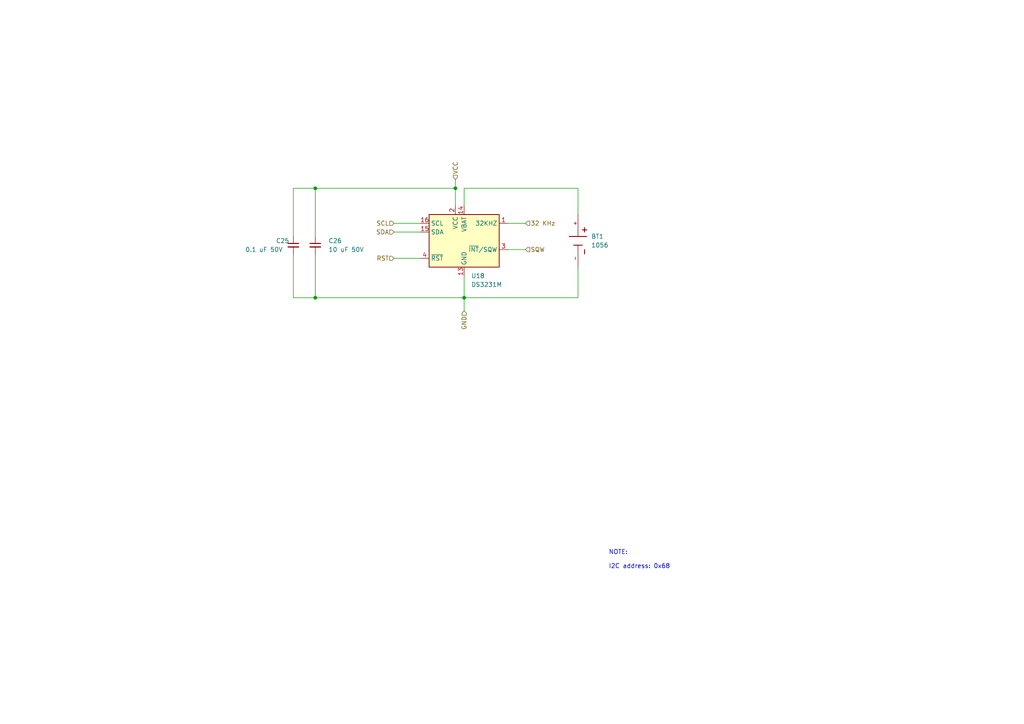
<source format=kicad_sch>
(kicad_sch (version 20211123) (generator eeschema)
  (paper "A4")
  (lib_symbols
    (symbol "1056:1056" (pin_names (offset 1.016) hide)
      (property "Reference" "BT" (at -3.81 3.81 0))
      (property "Value" "1056" (at -3.81 -5.08 0))
      (symbol "1056_0_0"
        (polyline (pts (xy -3.81 1.905) (xy -2.54 1.905)) (stroke (width 0.254)))
        (polyline (pts (xy -3.175 2.54) (xy -3.175 1.27)) (stroke (width 0.254)))
        (polyline (pts (xy -1.27 0) (xy -2.54 0)) (stroke (width 0.1524)))
        (polyline (pts (xy -1.27 0) (xy -1.27 -2.54)) (stroke (width 0.254)))
        (polyline (pts (xy -1.27 2.54) (xy -1.27 0)) (stroke (width 0.254)))
        (polyline (pts (xy 1.27 0) (xy 1.27 -1.27)) (stroke (width 0.254)))
        (polyline (pts (xy 1.27 0) (xy 2.54 0)) (stroke (width 0.1524)))
        (polyline (pts (xy 1.27 1.27) (xy 1.27 0)) (stroke (width 0.254)))
        (polyline (pts (xy 3.81 1.905) (xy 2.54 1.905)) (stroke (width 0.254)))
        (pin passive line (at -7.62 0 0) (length 5.08) (name "~") (number "+"))
        (pin passive line (at 7.62 0 180) (length 5.08) (name "~") (number "-"))
      )
    )
    (symbol "Device:C_Small" (pin_numbers hide) (pin_names (offset 0.254) hide)
      (property "Reference" "C" (at 0.254 1.778 0))
      (property "Value" "C_Small" (at 0.254 -2.032 0))
      (symbol "C_Small_0_1"
        (polyline (pts (xy -1.524 -0.508) (xy 1.524 -0.508)) (stroke (width 0.3302)))
        (polyline (pts (xy -1.524 0.508) (xy 1.524 0.508)) (stroke (width 0.3048)))
      )
      (symbol "C_Small_1_1"
        (pin passive line (at 0 2.54 270) (length 2.032) (name "~") (number "1"))
        (pin passive line (at 0 -2.54 90) (length 2.032) (name "~") (number "2"))
      )
    )
    (symbol "Timer_RTC:DS3231M"
      (property "Reference" "U" (at -7.62 8.89 0))
      (property "Value" "DS3231M" (at 10.16 8.89 0))
      (symbol "DS3231M_0_1"
        (rectangle (start -10.16 7.62) (end 10.16 -7.62) (stroke (width 0.254)) (fill (type background)))
      )
      (symbol "DS3231M_1_1"
        (pin open_collector line (at 12.7 5.08 180) (length 2.54) (name "32KHZ") (number "1"))
        (pin passive line (at 0 -10.16 90) (length 2.54) hide (name "GND") (number "10"))
        (pin passive line (at 0 -10.16 90) (length 2.54) hide (name "GND") (number "11"))
        (pin passive line (at 0 -10.16 90) (length 2.54) hide (name "GND") (number "12"))
        (pin power_in line (at 0 -10.16 90) (length 2.54) (name "GND") (number "13"))
        (pin power_in line (at 0 10.16 270) (length 2.54) (name "VBAT") (number "14"))
        (pin bidirectional line (at -12.7 2.54 0) (length 2.54) (name "SDA") (number "15"))
        (pin input line (at -12.7 5.08 0) (length 2.54) (name "SCL") (number "16"))
        (pin power_in line (at -2.54 10.16 270) (length 2.54) (name "VCC") (number "2"))
        (pin open_collector line (at 12.7 -2.54 180) (length 2.54) (name "~{INT}/SQW") (number "3"))
        (pin bidirectional line (at -12.7 -5.08 0) (length 2.54) (name "~{RST}") (number "4"))
        (pin passive line (at 0 -10.16 90) (length 2.54) hide (name "GND") (number "5"))
        (pin passive line (at 0 -10.16 90) (length 2.54) hide (name "GND") (number "6"))
        (pin passive line (at 0 -10.16 90) (length 2.54) hide (name "GND") (number "7"))
        (pin passive line (at 0 -10.16 90) (length 2.54) hide (name "GND") (number "8"))
        (pin passive line (at 0 -10.16 90) (length 2.54) hide (name "GND") (number "9"))
      )
    )
  )
  (junction (at 91.44 54.61))
  (junction (at 132.08 54.61))
  (junction (at 91.44 86.36))
  (junction (at 134.62 86.36))
  (wire (pts (xy 134.62 54.61) (xy 134.62 59.69)))
  (wire (pts (xy 91.44 73.66) (xy 91.44 86.36)))
  (wire (pts (xy 134.62 80.01) (xy 134.62 86.36)))
  (wire (pts (xy 167.64 54.61) (xy 134.62 54.61)))
  (wire (pts (xy 134.62 86.36) (xy 134.62 90.17)))
  (wire (pts (xy 132.08 54.61) (xy 132.08 59.69)))
  (wire (pts (xy 91.44 86.36) (xy 134.62 86.36)))
  (wire (pts (xy 167.64 77.47) (xy 167.64 86.36)))
  (wire (pts (xy 132.08 52.07) (xy 132.08 54.61)))
  (wire (pts (xy 91.44 54.61) (xy 132.08 54.61)))
  (wire (pts (xy 114.3 64.77) (xy 121.92 64.77)))
  (wire (pts (xy 147.32 64.77) (xy 152.4 64.77)))
  (wire (pts (xy 85.09 54.61) (xy 91.44 54.61)))
  (wire (pts (xy 85.09 73.66) (xy 85.09 86.36)))
  (wire (pts (xy 167.64 86.36) (xy 134.62 86.36)))
  (wire (pts (xy 114.3 67.31) (xy 121.92 67.31)))
  (wire (pts (xy 167.64 54.61) (xy 167.64 62.23)))
  (wire (pts (xy 147.32 72.39) (xy 152.4 72.39)))
  (wire (pts (xy 85.09 68.58) (xy 85.09 54.61)))
  (wire (pts (xy 91.44 68.58) (xy 91.44 54.61)))
  (wire (pts (xy 85.09 86.36) (xy 91.44 86.36)))
  (wire (pts (xy 114.3 74.93) (xy 121.92 74.93)))
  (text "NOTE:\n\nI2C address: 0x68" (at 176.53 165.1 0) (effects (font (size 1.27 1.27)) (justify left bottom)))
  (hierarchical_label "SCL" (shape input) (at 114.3 64.77 180))
  (hierarchical_label "32 KHz" (shape input) (at 152.4 64.77 0))
  (hierarchical_label "GND" (shape input) (at 134.62 90.17 270))
  (hierarchical_label "SQW" (shape input) (at 152.4 72.39 0))
  (hierarchical_label "SDA" (shape input) (at 114.3 67.31 180))
  (hierarchical_label "VCC" (shape input) (at 132.08 52.07 90))
  (hierarchical_label "RST" (shape input) (at 114.3 74.93 180))
  (symbol (lib_id "Device:C_Small") (at 85.09 71.12 0) (unit 1)
    (property "Reference" "C25" (at 80.01 69.85 0) (effects (justify left)))
    (property "Value" "0.1 uF 50V" (at 71.12 72.39 0) (effects (justify left)))
    (property "Footprint" "Capacitor_SMD:C_0603_1608Metric_Pad1.08x0.95mm_HandSolder" (effects hide))
    (property "Datasheet" "https://api.kemet.com/component-edge/download/datasheet/C0603C104M5RACTU.pdf" (effects hide))
    (property "Part Number" "C0603C104M5RACTU" (effects hide))
    (property "Supplier" "Digikey" (effects hide))
    (property "Link" "https://www.digikey.com/product-detail/en/kemet/C0603C104M5RACTU/399-7845-1-ND/3471568" (effects hide))
  )
  (symbol (lib_id "1056:1056") (at 167.64 69.85 270) (unit 1)
    (property "Reference" "BT1" (at 171.45 68.5799 90) (effects (justify left)))
    (property "Value" "1056" (at 171.45 71.1199 90) (effects (justify left)))
    (property "Footprint" "BAT_1056" (effects hide))
    (property "MAXIMUM_PACKAGE_HEIGHT" "3.99 mm" (effects hide))
    (property "PARTREV" "C" (effects hide))
    (property "MANUFACTURER" "Keystone Electronics" (effects hide))
    (property "STANDARD" "Manufacturer recommendations" (effects hide))
  )
  (symbol (lib_id "Timer_RTC:DS3231M") (at 134.62 69.85 0) (unit 1)
    (property "Reference" "U18" (at 136.6394 80.01 0) (effects (justify left)))
    (property "Value" "DS3231M" (at 136.6394 82.55 0) (effects (justify left)))
    (property "Footprint" "Package_SO:SOIC-16W_7.5x10.3mm_P1.27mm" (effects hide))
    (property "Datasheet" "http://datasheets.maximintegrated.com/en/ds/DS3231.pdf" (effects hide))
  )
  (symbol (lib_id "Device:C_Small") (at 91.44 71.12 0) (unit 1)
    (property "Reference" "C26" (at 95.25 69.85 0) (effects (justify left)))
    (property "Value" "10 uF 50V" (at 95.25 72.39 0) (effects (justify left)))
    (property "Footprint" "Capacitor_SMD:C_0603_1608Metric_Pad1.08x0.95mm_HandSolder" (effects hide))
    (property "Datasheet" "https://api.kemet.com/component-edge/download/datasheet/C0603C104M5RACTU.pdf" (effects hide))
    (property "Part Number" "C0603C104M5RACTU" (effects hide))
    (property "Supplier" "Digikey" (effects hide))
    (property "Link" "https://www.digikey.com/product-detail/en/kemet/C0603C104M5RACTU/399-7845-1-ND/3471568" (effects hide))
  )
)
</source>
